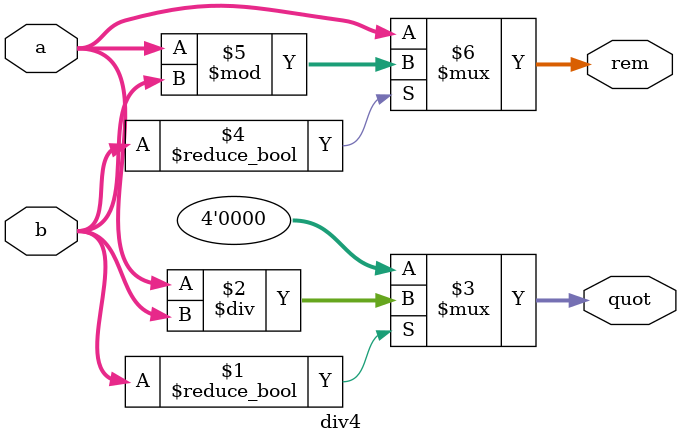
<source format=v>

module alu4 (
    input  [3:0] a,
    input  [3:0] b,
    input        cin,        // carry in for add/sub
    input        dir,        // shift direction for shifter
    input        arith,      // arithmetic vs logical shift
    input  [3:0] op,         // operation code
    output reg [3:0] y,      // main 4-bit result
    output reg [3:0] y_hi,   // extra 4 bits (mul/div/shifter overflow)
    output reg       cout,   // carry / borrow / status
    output reg       div_by_zero
);

    // Wires from each sub-module
    wire [3:0] y_and, y_nand, y_or, y_nor, y_xor, y_xnor, y_not;
    wire [3:0] sh_x, sh_y;           // shifter X (main) and Y (overflow)
    wire [3:0] add_sum;
    wire       add_cout;
    wire [3:0] sub_diff;
    wire       sub_bout;
    wire [3:0] mul_low, mul_high;
    wire [3:0] div_quot, div_rem;
    wire       div_zero_flag;

    // Instantiate your existing modules
    and4   u_and  (.a(a), .b(b), .y(y_and));
    nand4  u_nand (.a(a), .b(b), .y(y_nand));
    or4    u_or   (.a(a), .b(b), .y(y_or));
    nor4   u_nor  (.a(a), .b(b), .y(y_nor));
    xor4   u_xor  (.a(a), .b(b), .y(y_xor));
    xnor4  u_xnor (.a(a), .b(b), .y(y_xnor));
    not4   u_not  (.a(a),       .y(y_not));

    // 2x4-bit arithmetic shifter (your Step-2 design)
    shifter2x4 u_shifter (
        .a     (a),
        .b     (b),
        .dir   (dir),
        .arith (arith),
        .ya    (sh_x),
        .yb    (sh_y)
    );

    // Arithmetic units
    add4 u_add (
        .a   (a),
        .b   (b),
        .cin (cin),
        .sum (add_sum),
        .cout(add_cout)
    );

    sub4 u_sub (
        .a   (a),
        .b   (b),
        .bin (cin),
        .diff(sub_diff),
        .bout(sub_bout)
    );

    mul4 u_mul (
        .a        (a),
        .b        (b),
        .prod_high(mul_high),
        .prod_low (mul_low)
    );

    div4 u_div (
        .a   (a),
        .b   (b),
        .quot(div_quot),
        .rem (div_rem)
    );

    // Simple divide-by-zero flag from your divider (b == 0)
    assign div_zero_flag = (b == 4'b0000);

    // ALU control: select outputs based on op code
    // 0  AND
    // 1  NAND
    // 2  OR
    // 3  NOR
    // 4  XOR
    // 5  XNOR
    // 6  NOT (uses only a)
    // 7  SHIFT (use shifter2x4)
    // 8  ADD
    // 9  SUB
    // 10 MUL
    // 11 DIV

    always @* begin
        // defaults
        y          = 4'b0000;
        y_hi       = 4'b0000;
        cout       = 1'b0;
        div_by_zero = 1'b0;

        case (op)
            4'd0: y = y_and;
            4'd1: y = y_nand;
            4'd2: y = y_or;
            4'd3: y = y_nor;
            4'd4: y = y_xor;
            4'd5: y = y_xnor;
            4'd6: y = y_not;
            4'd7: begin
                y    = sh_x;
                y_hi = sh_y;   // overflow bits
            end
            4'd8: begin
                y    = add_sum;
                cout = add_cout;
            end
            4'd9: begin
                y    = sub_diff;
                cout = sub_bout;  // treat as borrow out
            end
            4'd10: begin
                y    = mul_low;
                y_hi = mul_high;
            end
            4'd11: begin
                y          = div_quot;
                y_hi       = div_rem;
                div_by_zero = div_zero_flag;
            end
            default: begin
                y    = 4'b0000;
                y_hi = 4'b0000;
            end
        endcase
    end

endmodule

// Paste your existing module definitions below:
// and4, nand4, or4, nor4, xor4, xnor4, not4,
// shifter2x4, add4, sub4, mul4, div4
module and4 (
    input  [3:0] a,
    input  [3:0] b,
    output [3:0] y
);
    assign y = a & b;
endmodule

module nand4 (
    input  [3:0] a,
    input  [3:0] b,
    output [3:0] y
);
    assign y = ~(a & b);
endmodule

module or4 (
    input  [3:0] a,
    input  [3:0] b,
    output [3:0] y
);
    assign y = a | b;
endmodule

module nor4 (
    input  [3:0] a,
    input  [3:0] b,
    output [3:0] y
);
    assign y = ~(a | b);
endmodule

module xor4 (
    input  [3:0] a,
    input  [3:0] b,
    output [3:0] y
);
    assign y = a ^ b;
endmodule

module xnor4 (
    input  [3:0] a,
    input  [3:0] b,
    output [3:0] y
);
    assign y = ~(a ^ b);   // bitwise XNOR
endmodule

module not4 (
    input  [3:0] a,
    output [3:0] y
);
    assign y = ~a;
endmodule

// 2x4-bit Arithmetic Shifter
module shifter2x4 (
    input  [3:0] a,
    input  [3:0] b,
    input        dir,    // 0=left, 1=right
    input        arith,  // only used when dir=1
    output [3:0] ya,
    output [3:0] yb
);
    wire [3:0] a_sll = {a[2:0], 1'b0};
    wire [3:0] b_sll = {b[2:0], 1'b0};
    wire [3:0] a_srl = {1'b0, a[3:1]};
    wire [3:0] b_srl = {1'b0, b[3:1]};
    wire [3:0] a_sra = {a[3], a[3:1]};
    wire [3:0] b_sra = {b[3], b[3:1]};

    assign ya = (dir == 1'b0) ? a_sll : (arith ? a_sra : a_srl);
    assign yb = (dir == 1'b0) ? b_sll : (arith ? b_sra : b_srl);
endmodule

module add4 (
    input  [3:0] a,
    input  [3:0] b,
    input        cin,
    output [3:0] sum,
    output       cout
);
    assign {cout, sum} = a + b + cin;
endmodule

module sub4 (
    input  [3:0] a,
    input  [3:0] b,
    input        bin,       // borrow in
    output [3:0] diff,
    output       bout       // borrow out
);
    // Perform subtraction: a - b - bin
    assign {bout, diff} = {1'b0, a} - {1'b0, b} - bin;
endmodule

module mul4 (
    input  [3:0] a,
    input  [3:0] b,
    output [3:0] prod_low,   // lower 4 bits
    output [3:0] prod_high   // upper 4 bits
);
    wire [7:0] product;
    assign product = a * b;
    assign prod_low  = product[3:0];
    assign prod_high = product[7:4];
endmodule

module div4 (
    input  [3:0] a,    // dividend
    input  [3:0] b,    // divisor
    output [3:0] quot, // quotient
    output [3:0] rem   // remainder
);
    assign quot = (b != 0) ? (a / b) : 4'b0000;
    assign rem  = (b != 0) ? (a % b) : a; // if divide by 0, return dividend
endmodule

//missing nor4

</source>
